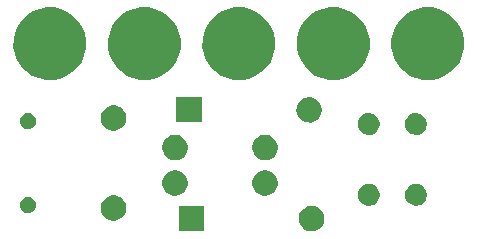
<source format=gbs>
%TF.GenerationSoftware,KiCad,Pcbnew,4.0.4+e1-6308~48~ubuntu14.04.1-stable*%
%TF.CreationDate,2016-11-21T10:30:50-08:00*%
%TF.ProjectId,USB-Breakout-with-Reset,5553422D427265616B6F75742D776974,rev?*%
%TF.FileFunction,Soldermask,Bot*%
%FSLAX46Y46*%
G04 Gerber Fmt 4.6, Leading zero omitted, Abs format (unit mm)*
G04 Created by KiCad (PCBNEW 4.0.4+e1-6308~48~ubuntu14.04.1-stable) date Mon Nov 21 10:30:50 2016*
%MOMM*%
%LPD*%
G01*
G04 APERTURE LIST*
%ADD10C,0.350000*%
G04 APERTURE END LIST*
D10*
G36*
X152272988Y-110725024D02*
X152479626Y-110767441D01*
X152674104Y-110849192D01*
X152848991Y-110967155D01*
X152997636Y-111116841D01*
X153114375Y-111292548D01*
X153194763Y-111487584D01*
X153235669Y-111694174D01*
X153235669Y-111694184D01*
X153235736Y-111694523D01*
X153232372Y-111935472D01*
X153232295Y-111935810D01*
X153232295Y-111935819D01*
X153185637Y-112141187D01*
X153099836Y-112333899D01*
X152978234Y-112506280D01*
X152825466Y-112651759D01*
X152647353Y-112764793D01*
X152450672Y-112841080D01*
X152242927Y-112877712D01*
X152032017Y-112873293D01*
X151825984Y-112827995D01*
X151632672Y-112743538D01*
X151459451Y-112623146D01*
X151312909Y-112471399D01*
X151198633Y-112294076D01*
X151120973Y-112097931D01*
X151082893Y-111890449D01*
X151085838Y-111679515D01*
X151129699Y-111473168D01*
X151212802Y-111279274D01*
X151331985Y-111105212D01*
X151482704Y-110957616D01*
X151659225Y-110842105D01*
X151854819Y-110763079D01*
X152062033Y-110723552D01*
X152272988Y-110725024D01*
X152272988Y-110725024D01*
G37*
G36*
X143075690Y-112875690D02*
X140924310Y-112875690D01*
X140924310Y-110724310D01*
X143075690Y-110724310D01*
X143075690Y-112875690D01*
X143075690Y-112875690D01*
G37*
G36*
X135512988Y-109845024D02*
X135719626Y-109887441D01*
X135914104Y-109969192D01*
X136088991Y-110087155D01*
X136237636Y-110236841D01*
X136354375Y-110412548D01*
X136434763Y-110607584D01*
X136475669Y-110814174D01*
X136475669Y-110814184D01*
X136475736Y-110814523D01*
X136472372Y-111055472D01*
X136472295Y-111055810D01*
X136472295Y-111055819D01*
X136425637Y-111261187D01*
X136339836Y-111453899D01*
X136218234Y-111626280D01*
X136065466Y-111771759D01*
X135887353Y-111884793D01*
X135690672Y-111961080D01*
X135482927Y-111997712D01*
X135272017Y-111993293D01*
X135065984Y-111947995D01*
X134872672Y-111863538D01*
X134699451Y-111743146D01*
X134552909Y-111591399D01*
X134438633Y-111414076D01*
X134360973Y-111217931D01*
X134322893Y-111010449D01*
X134325838Y-110799515D01*
X134369699Y-110593168D01*
X134452802Y-110399274D01*
X134571985Y-110225212D01*
X134722704Y-110077616D01*
X134899225Y-109962105D01*
X135094819Y-109883079D01*
X135302033Y-109843552D01*
X135512988Y-109845024D01*
X135512988Y-109845024D01*
G37*
G36*
X128221028Y-109974248D02*
X128350922Y-110000912D01*
X128473177Y-110052303D01*
X128583115Y-110126457D01*
X128676552Y-110220549D01*
X128749941Y-110331008D01*
X128800475Y-110453612D01*
X128826162Y-110583341D01*
X128826162Y-110583356D01*
X128826229Y-110583695D01*
X128824114Y-110735160D01*
X128824038Y-110735494D01*
X128824038Y-110735507D01*
X128794736Y-110864478D01*
X128740801Y-110985619D01*
X128664359Y-111093982D01*
X128568326Y-111185433D01*
X128456360Y-111256489D01*
X128332722Y-111304445D01*
X128202131Y-111327472D01*
X128069547Y-111324694D01*
X127940031Y-111296219D01*
X127818510Y-111243127D01*
X127709621Y-111167447D01*
X127617502Y-111072056D01*
X127545665Y-110960586D01*
X127496846Y-110837284D01*
X127472909Y-110706859D01*
X127474760Y-110574261D01*
X127502332Y-110444546D01*
X127554571Y-110322661D01*
X127629493Y-110213242D01*
X127724241Y-110120458D01*
X127835199Y-110047848D01*
X127958157Y-109998170D01*
X128088415Y-109973323D01*
X128221028Y-109974248D01*
X128221028Y-109974248D01*
G37*
G36*
X161097286Y-108874415D02*
X161275207Y-108910937D01*
X161442658Y-108981327D01*
X161593241Y-109082897D01*
X161721229Y-109211781D01*
X161821743Y-109363069D01*
X161890962Y-109531005D01*
X161926172Y-109708827D01*
X161926172Y-109708842D01*
X161926239Y-109709181D01*
X161923342Y-109916645D01*
X161923266Y-109916979D01*
X161923266Y-109916992D01*
X161883102Y-110093772D01*
X161809226Y-110259702D01*
X161704523Y-110408127D01*
X161572985Y-110533388D01*
X161419623Y-110630716D01*
X161250279Y-110696400D01*
X161071403Y-110727941D01*
X160889804Y-110724136D01*
X160712402Y-110685132D01*
X160545955Y-110612413D01*
X160396807Y-110508753D01*
X160270631Y-110378094D01*
X160172236Y-110225413D01*
X160105368Y-110056527D01*
X160072581Y-109877880D01*
X160075116Y-109696259D01*
X160112882Y-109518588D01*
X160184435Y-109351640D01*
X160287055Y-109201768D01*
X160416829Y-109074684D01*
X160568819Y-108975225D01*
X160737231Y-108907182D01*
X160915648Y-108873147D01*
X161097286Y-108874415D01*
X161097286Y-108874415D01*
G37*
G36*
X157097286Y-108874415D02*
X157275207Y-108910937D01*
X157442658Y-108981327D01*
X157593241Y-109082897D01*
X157721229Y-109211781D01*
X157821743Y-109363069D01*
X157890962Y-109531005D01*
X157926172Y-109708827D01*
X157926172Y-109708842D01*
X157926239Y-109709181D01*
X157923342Y-109916645D01*
X157923266Y-109916979D01*
X157923266Y-109916992D01*
X157883102Y-110093772D01*
X157809226Y-110259702D01*
X157704523Y-110408127D01*
X157572985Y-110533388D01*
X157419623Y-110630716D01*
X157250279Y-110696400D01*
X157071403Y-110727941D01*
X156889804Y-110724136D01*
X156712402Y-110685132D01*
X156545955Y-110612413D01*
X156396807Y-110508753D01*
X156270631Y-110378094D01*
X156172236Y-110225413D01*
X156105368Y-110056527D01*
X156072581Y-109877880D01*
X156075116Y-109696259D01*
X156112882Y-109518588D01*
X156184435Y-109351640D01*
X156287055Y-109201768D01*
X156416829Y-109074684D01*
X156568819Y-108975225D01*
X156737231Y-108907182D01*
X156915648Y-108873147D01*
X157097286Y-108874415D01*
X157097286Y-108874415D01*
G37*
G36*
X148332988Y-107725024D02*
X148539626Y-107767441D01*
X148734104Y-107849192D01*
X148908991Y-107967155D01*
X149057636Y-108116841D01*
X149174375Y-108292548D01*
X149254763Y-108487584D01*
X149295669Y-108694174D01*
X149295669Y-108694184D01*
X149295736Y-108694523D01*
X149292372Y-108935472D01*
X149292295Y-108935810D01*
X149292295Y-108935819D01*
X149245637Y-109141187D01*
X149159836Y-109333899D01*
X149038234Y-109506280D01*
X148885466Y-109651759D01*
X148707353Y-109764793D01*
X148510672Y-109841080D01*
X148302927Y-109877712D01*
X148092017Y-109873293D01*
X147885984Y-109827995D01*
X147692672Y-109743538D01*
X147519451Y-109623146D01*
X147372909Y-109471399D01*
X147258633Y-109294076D01*
X147180973Y-109097931D01*
X147142893Y-108890449D01*
X147145838Y-108679515D01*
X147189699Y-108473168D01*
X147272802Y-108279274D01*
X147391985Y-108105212D01*
X147542704Y-107957616D01*
X147719225Y-107842105D01*
X147914819Y-107763079D01*
X148122033Y-107723552D01*
X148332988Y-107725024D01*
X148332988Y-107725024D01*
G37*
G36*
X140712988Y-107725024D02*
X140919626Y-107767441D01*
X141114104Y-107849192D01*
X141288991Y-107967155D01*
X141437636Y-108116841D01*
X141554375Y-108292548D01*
X141634763Y-108487584D01*
X141675669Y-108694174D01*
X141675669Y-108694184D01*
X141675736Y-108694523D01*
X141672372Y-108935472D01*
X141672295Y-108935810D01*
X141672295Y-108935819D01*
X141625637Y-109141187D01*
X141539836Y-109333899D01*
X141418234Y-109506280D01*
X141265466Y-109651759D01*
X141087353Y-109764793D01*
X140890672Y-109841080D01*
X140682927Y-109877712D01*
X140472017Y-109873293D01*
X140265984Y-109827995D01*
X140072672Y-109743538D01*
X139899451Y-109623146D01*
X139752909Y-109471399D01*
X139638633Y-109294076D01*
X139560973Y-109097931D01*
X139522893Y-108890449D01*
X139525838Y-108679515D01*
X139569699Y-108473168D01*
X139652802Y-108279274D01*
X139771985Y-108105212D01*
X139922704Y-107957616D01*
X140099225Y-107842105D01*
X140294819Y-107763079D01*
X140502033Y-107723552D01*
X140712988Y-107725024D01*
X140712988Y-107725024D01*
G37*
G36*
X140712988Y-104725024D02*
X140919626Y-104767441D01*
X141114104Y-104849192D01*
X141288991Y-104967155D01*
X141437636Y-105116841D01*
X141554375Y-105292548D01*
X141634763Y-105487584D01*
X141675669Y-105694174D01*
X141675669Y-105694184D01*
X141675736Y-105694523D01*
X141672372Y-105935472D01*
X141672295Y-105935810D01*
X141672295Y-105935819D01*
X141625637Y-106141187D01*
X141539836Y-106333899D01*
X141418234Y-106506280D01*
X141265466Y-106651759D01*
X141087353Y-106764793D01*
X140890672Y-106841080D01*
X140682927Y-106877712D01*
X140472017Y-106873293D01*
X140265984Y-106827995D01*
X140072672Y-106743538D01*
X139899451Y-106623146D01*
X139752909Y-106471399D01*
X139638633Y-106294076D01*
X139560973Y-106097931D01*
X139522893Y-105890449D01*
X139525838Y-105679515D01*
X139569699Y-105473168D01*
X139652802Y-105279274D01*
X139771985Y-105105212D01*
X139922704Y-104957616D01*
X140099225Y-104842105D01*
X140294819Y-104763079D01*
X140502033Y-104723552D01*
X140712988Y-104725024D01*
X140712988Y-104725024D01*
G37*
G36*
X148332988Y-104725024D02*
X148539626Y-104767441D01*
X148734104Y-104849192D01*
X148908991Y-104967155D01*
X149057636Y-105116841D01*
X149174375Y-105292548D01*
X149254763Y-105487584D01*
X149295669Y-105694174D01*
X149295669Y-105694184D01*
X149295736Y-105694523D01*
X149292372Y-105935472D01*
X149292295Y-105935810D01*
X149292295Y-105935819D01*
X149245637Y-106141187D01*
X149159836Y-106333899D01*
X149038234Y-106506280D01*
X148885466Y-106651759D01*
X148707353Y-106764793D01*
X148510672Y-106841080D01*
X148302927Y-106877712D01*
X148092017Y-106873293D01*
X147885984Y-106827995D01*
X147692672Y-106743538D01*
X147519451Y-106623146D01*
X147372909Y-106471399D01*
X147258633Y-106294076D01*
X147180973Y-106097931D01*
X147142893Y-105890449D01*
X147145838Y-105679515D01*
X147189699Y-105473168D01*
X147272802Y-105279274D01*
X147391985Y-105105212D01*
X147542704Y-104957616D01*
X147719225Y-104842105D01*
X147914819Y-104763079D01*
X148122033Y-104723552D01*
X148332988Y-104725024D01*
X148332988Y-104725024D01*
G37*
G36*
X157097286Y-102874415D02*
X157275207Y-102910937D01*
X157442658Y-102981327D01*
X157593241Y-103082897D01*
X157721229Y-103211781D01*
X157821743Y-103363069D01*
X157890962Y-103531005D01*
X157926172Y-103708827D01*
X157926172Y-103708842D01*
X157926239Y-103709181D01*
X157923342Y-103916645D01*
X157923266Y-103916979D01*
X157923266Y-103916992D01*
X157883102Y-104093772D01*
X157809226Y-104259702D01*
X157704523Y-104408127D01*
X157572985Y-104533388D01*
X157419623Y-104630716D01*
X157250279Y-104696400D01*
X157071403Y-104727941D01*
X156889804Y-104724136D01*
X156712402Y-104685132D01*
X156545955Y-104612413D01*
X156396807Y-104508753D01*
X156270631Y-104378094D01*
X156172236Y-104225413D01*
X156105368Y-104056527D01*
X156072581Y-103877880D01*
X156075116Y-103696259D01*
X156112882Y-103518588D01*
X156184435Y-103351640D01*
X156287055Y-103201768D01*
X156416829Y-103074684D01*
X156568819Y-102975225D01*
X156737231Y-102907182D01*
X156915648Y-102873147D01*
X157097286Y-102874415D01*
X157097286Y-102874415D01*
G37*
G36*
X161097286Y-102874415D02*
X161275207Y-102910937D01*
X161442658Y-102981327D01*
X161593241Y-103082897D01*
X161721229Y-103211781D01*
X161821743Y-103363069D01*
X161890962Y-103531005D01*
X161926172Y-103708827D01*
X161926172Y-103708842D01*
X161926239Y-103709181D01*
X161923342Y-103916645D01*
X161923266Y-103916979D01*
X161923266Y-103916992D01*
X161883102Y-104093772D01*
X161809226Y-104259702D01*
X161704523Y-104408127D01*
X161572985Y-104533388D01*
X161419623Y-104630716D01*
X161250279Y-104696400D01*
X161071403Y-104727941D01*
X160889804Y-104724136D01*
X160712402Y-104685132D01*
X160545955Y-104612413D01*
X160396807Y-104508753D01*
X160270631Y-104378094D01*
X160172236Y-104225413D01*
X160105368Y-104056527D01*
X160072581Y-103877880D01*
X160075116Y-103696259D01*
X160112882Y-103518588D01*
X160184435Y-103351640D01*
X160287055Y-103201768D01*
X160416829Y-103074684D01*
X160568819Y-102975225D01*
X160737231Y-102907182D01*
X160915648Y-102873147D01*
X161097286Y-102874415D01*
X161097286Y-102874415D01*
G37*
G36*
X135512988Y-102225024D02*
X135719626Y-102267441D01*
X135914104Y-102349192D01*
X136088991Y-102467155D01*
X136237636Y-102616841D01*
X136354375Y-102792548D01*
X136434763Y-102987584D01*
X136475669Y-103194174D01*
X136475669Y-103194184D01*
X136475736Y-103194523D01*
X136472372Y-103435472D01*
X136472295Y-103435810D01*
X136472295Y-103435819D01*
X136425637Y-103641187D01*
X136339836Y-103833899D01*
X136218234Y-104006280D01*
X136065466Y-104151759D01*
X135887353Y-104264793D01*
X135690672Y-104341080D01*
X135482927Y-104377712D01*
X135272017Y-104373293D01*
X135065984Y-104327995D01*
X134872672Y-104243538D01*
X134699451Y-104123146D01*
X134552909Y-103971399D01*
X134438633Y-103794076D01*
X134360973Y-103597931D01*
X134322893Y-103390449D01*
X134325838Y-103179515D01*
X134369699Y-102973168D01*
X134452802Y-102779274D01*
X134571985Y-102605212D01*
X134722704Y-102457616D01*
X134899225Y-102342105D01*
X135094819Y-102263079D01*
X135302033Y-102223552D01*
X135512988Y-102225024D01*
X135512988Y-102225024D01*
G37*
G36*
X128221028Y-102874248D02*
X128350922Y-102900912D01*
X128473177Y-102952303D01*
X128583115Y-103026457D01*
X128676552Y-103120549D01*
X128749941Y-103231008D01*
X128800475Y-103353612D01*
X128826162Y-103483341D01*
X128826162Y-103483356D01*
X128826229Y-103483695D01*
X128824114Y-103635160D01*
X128824038Y-103635494D01*
X128824038Y-103635507D01*
X128794736Y-103764478D01*
X128740801Y-103885619D01*
X128664359Y-103993982D01*
X128568326Y-104085433D01*
X128456360Y-104156489D01*
X128332722Y-104204445D01*
X128202131Y-104227472D01*
X128069547Y-104224694D01*
X127940031Y-104196219D01*
X127818510Y-104143127D01*
X127709621Y-104067447D01*
X127617502Y-103972056D01*
X127545665Y-103860586D01*
X127496846Y-103737284D01*
X127472909Y-103606859D01*
X127474760Y-103474261D01*
X127502332Y-103344546D01*
X127554571Y-103222661D01*
X127629493Y-103113242D01*
X127724241Y-103020458D01*
X127835199Y-102947848D01*
X127958157Y-102898170D01*
X128088415Y-102873323D01*
X128221028Y-102874248D01*
X128221028Y-102874248D01*
G37*
G36*
X152072988Y-101519944D02*
X152279626Y-101562361D01*
X152474104Y-101644112D01*
X152648991Y-101762075D01*
X152797636Y-101911761D01*
X152914375Y-102087468D01*
X152994763Y-102282504D01*
X153035669Y-102489094D01*
X153035669Y-102489104D01*
X153035736Y-102489443D01*
X153032372Y-102730392D01*
X153032295Y-102730730D01*
X153032295Y-102730739D01*
X152985637Y-102936107D01*
X152899836Y-103128819D01*
X152778234Y-103301200D01*
X152625466Y-103446679D01*
X152447353Y-103559713D01*
X152250672Y-103636000D01*
X152042927Y-103672632D01*
X151832017Y-103668213D01*
X151625984Y-103622915D01*
X151432672Y-103538458D01*
X151259451Y-103418066D01*
X151112909Y-103266319D01*
X150998633Y-103088996D01*
X150920973Y-102892851D01*
X150882893Y-102685369D01*
X150885838Y-102474435D01*
X150929699Y-102268088D01*
X151012802Y-102074194D01*
X151131985Y-101900132D01*
X151282704Y-101752536D01*
X151459225Y-101637025D01*
X151654819Y-101557999D01*
X151862033Y-101518472D01*
X152072988Y-101519944D01*
X152072988Y-101519944D01*
G37*
G36*
X142875690Y-103670610D02*
X140724310Y-103670610D01*
X140724310Y-101519230D01*
X142875690Y-101519230D01*
X142875690Y-103670610D01*
X142875690Y-103670610D01*
G37*
G36*
X162323110Y-93925847D02*
X162914055Y-94047151D01*
X163470198Y-94280932D01*
X163970334Y-94618278D01*
X164395421Y-95046343D01*
X164729266Y-95548821D01*
X164959156Y-96106576D01*
X165076264Y-96698014D01*
X165076264Y-96698024D01*
X165076331Y-96698363D01*
X165066710Y-97387416D01*
X165066633Y-97387754D01*
X165066633Y-97387762D01*
X164933057Y-97975701D01*
X164687685Y-98526816D01*
X164339937Y-99019778D01*
X163903062Y-99435809D01*
X163393700Y-99759061D01*
X162831254Y-99977219D01*
X162237147Y-100081976D01*
X161634003Y-100069342D01*
X161044800Y-99939797D01*
X160491982Y-99698277D01*
X159996607Y-99353982D01*
X159577537Y-98920023D01*
X159250738Y-98412930D01*
X159028656Y-97852014D01*
X158919755Y-97258658D01*
X158928177Y-96655441D01*
X159053606Y-96065347D01*
X159291259Y-95510858D01*
X159632091Y-95013088D01*
X160063112Y-94591000D01*
X160567913Y-94260668D01*
X161127259Y-94034677D01*
X161719845Y-93921636D01*
X162323110Y-93925847D01*
X162323110Y-93925847D01*
G37*
G36*
X154323110Y-93925847D02*
X154914055Y-94047151D01*
X155470198Y-94280932D01*
X155970334Y-94618278D01*
X156395421Y-95046343D01*
X156729266Y-95548821D01*
X156959156Y-96106576D01*
X157076264Y-96698014D01*
X157076264Y-96698024D01*
X157076331Y-96698363D01*
X157066710Y-97387416D01*
X157066633Y-97387754D01*
X157066633Y-97387762D01*
X156933057Y-97975701D01*
X156687685Y-98526816D01*
X156339937Y-99019778D01*
X155903062Y-99435809D01*
X155393700Y-99759061D01*
X154831254Y-99977219D01*
X154237147Y-100081976D01*
X153634003Y-100069342D01*
X153044800Y-99939797D01*
X152491982Y-99698277D01*
X151996607Y-99353982D01*
X151577537Y-98920023D01*
X151250738Y-98412930D01*
X151028656Y-97852014D01*
X150919755Y-97258658D01*
X150928177Y-96655441D01*
X151053606Y-96065347D01*
X151291259Y-95510858D01*
X151632091Y-95013088D01*
X152063112Y-94591000D01*
X152567913Y-94260668D01*
X153127259Y-94034677D01*
X153719845Y-93921636D01*
X154323110Y-93925847D01*
X154323110Y-93925847D01*
G37*
G36*
X146323110Y-93925847D02*
X146914055Y-94047151D01*
X147470198Y-94280932D01*
X147970334Y-94618278D01*
X148395421Y-95046343D01*
X148729266Y-95548821D01*
X148959156Y-96106576D01*
X149076264Y-96698014D01*
X149076264Y-96698024D01*
X149076331Y-96698363D01*
X149066710Y-97387416D01*
X149066633Y-97387754D01*
X149066633Y-97387762D01*
X148933057Y-97975701D01*
X148687685Y-98526816D01*
X148339937Y-99019778D01*
X147903062Y-99435809D01*
X147393700Y-99759061D01*
X146831254Y-99977219D01*
X146237147Y-100081976D01*
X145634003Y-100069342D01*
X145044800Y-99939797D01*
X144491982Y-99698277D01*
X143996607Y-99353982D01*
X143577537Y-98920023D01*
X143250738Y-98412930D01*
X143028656Y-97852014D01*
X142919755Y-97258658D01*
X142928177Y-96655441D01*
X143053606Y-96065347D01*
X143291259Y-95510858D01*
X143632091Y-95013088D01*
X144063112Y-94591000D01*
X144567913Y-94260668D01*
X145127259Y-94034677D01*
X145719845Y-93921636D01*
X146323110Y-93925847D01*
X146323110Y-93925847D01*
G37*
G36*
X138323110Y-93925847D02*
X138914055Y-94047151D01*
X139470198Y-94280932D01*
X139970334Y-94618278D01*
X140395421Y-95046343D01*
X140729266Y-95548821D01*
X140959156Y-96106576D01*
X141076264Y-96698014D01*
X141076264Y-96698024D01*
X141076331Y-96698363D01*
X141066710Y-97387416D01*
X141066633Y-97387754D01*
X141066633Y-97387762D01*
X140933057Y-97975701D01*
X140687685Y-98526816D01*
X140339937Y-99019778D01*
X139903062Y-99435809D01*
X139393700Y-99759061D01*
X138831254Y-99977219D01*
X138237147Y-100081976D01*
X137634003Y-100069342D01*
X137044800Y-99939797D01*
X136491982Y-99698277D01*
X135996607Y-99353982D01*
X135577537Y-98920023D01*
X135250738Y-98412930D01*
X135028656Y-97852014D01*
X134919755Y-97258658D01*
X134928177Y-96655441D01*
X135053606Y-96065347D01*
X135291259Y-95510858D01*
X135632091Y-95013088D01*
X136063112Y-94591000D01*
X136567913Y-94260668D01*
X137127259Y-94034677D01*
X137719845Y-93921636D01*
X138323110Y-93925847D01*
X138323110Y-93925847D01*
G37*
G36*
X130323110Y-93925847D02*
X130914055Y-94047151D01*
X131470198Y-94280932D01*
X131970334Y-94618278D01*
X132395421Y-95046343D01*
X132729266Y-95548821D01*
X132959156Y-96106576D01*
X133076264Y-96698014D01*
X133076264Y-96698024D01*
X133076331Y-96698363D01*
X133066710Y-97387416D01*
X133066633Y-97387754D01*
X133066633Y-97387762D01*
X132933057Y-97975701D01*
X132687685Y-98526816D01*
X132339937Y-99019778D01*
X131903062Y-99435809D01*
X131393700Y-99759061D01*
X130831254Y-99977219D01*
X130237147Y-100081976D01*
X129634003Y-100069342D01*
X129044800Y-99939797D01*
X128491982Y-99698277D01*
X127996607Y-99353982D01*
X127577537Y-98920023D01*
X127250738Y-98412930D01*
X127028656Y-97852014D01*
X126919755Y-97258658D01*
X126928177Y-96655441D01*
X127053606Y-96065347D01*
X127291259Y-95510858D01*
X127632091Y-95013088D01*
X128063112Y-94591000D01*
X128567913Y-94260668D01*
X129127259Y-94034677D01*
X129719845Y-93921636D01*
X130323110Y-93925847D01*
X130323110Y-93925847D01*
G37*
M02*

</source>
